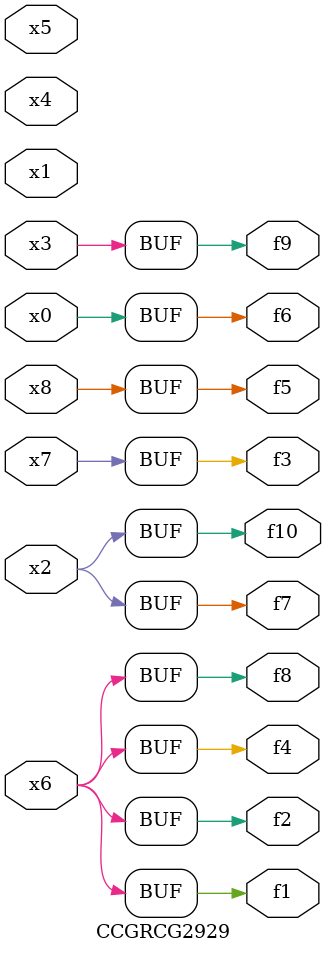
<source format=v>
module CCGRCG2929(
	input x0, x1, x2, x3, x4, x5, x6, x7, x8,
	output f1, f2, f3, f4, f5, f6, f7, f8, f9, f10
);
	assign f1 = x6;
	assign f2 = x6;
	assign f3 = x7;
	assign f4 = x6;
	assign f5 = x8;
	assign f6 = x0;
	assign f7 = x2;
	assign f8 = x6;
	assign f9 = x3;
	assign f10 = x2;
endmodule

</source>
